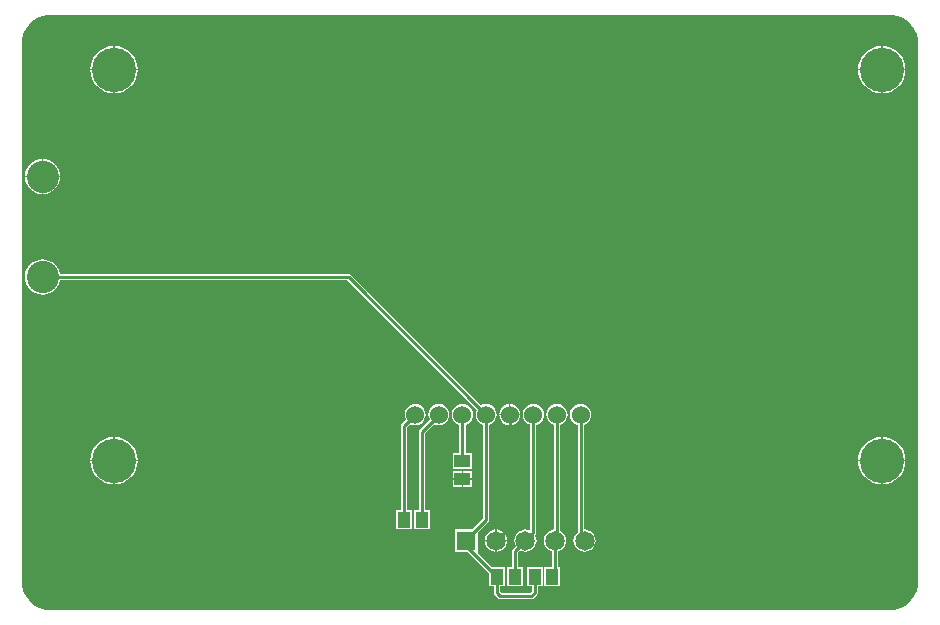
<source format=gtl>
G04*
G04 #@! TF.GenerationSoftware,Altium Limited,Altium Designer,20.1.11 (218)*
G04*
G04 Layer_Physical_Order=1*
G04 Layer_Color=255*
%FSLAX25Y25*%
%MOIN*%
G70*
G04*
G04 #@! TF.SameCoordinates,DDD296A5-092D-4BAE-9FCA-48E2803F740F*
G04*
G04*
G04 #@! TF.FilePolarity,Positive*
G04*
G01*
G75*
%ADD12C,0.01000*%
%ADD13R,0.05512X0.04331*%
%ADD14R,0.04331X0.05512*%
%ADD22C,0.14764*%
%ADD23C,0.10748*%
%ADD24C,0.06000*%
%ADD25R,0.06496X0.06496*%
%ADD26C,0.06496*%
G36*
X292683Y198844D02*
X294356Y198151D01*
X295863Y197144D01*
X297144Y195863D01*
X298150Y194357D01*
X298844Y192683D01*
X299197Y190906D01*
Y190000D01*
Y10000D01*
Y9094D01*
X298844Y7317D01*
X298150Y5644D01*
X297144Y4137D01*
X295863Y2856D01*
X294356Y1850D01*
X292683Y1156D01*
X290906Y803D01*
X9094D01*
X7317Y1156D01*
X5644Y1850D01*
X4137Y2856D01*
X2856Y4137D01*
X1850Y5644D01*
X1156Y7317D01*
X803Y9094D01*
Y10000D01*
Y190000D01*
Y190906D01*
X1156Y192683D01*
X1850Y194357D01*
X2856Y195863D01*
X4137Y197144D01*
X5644Y198151D01*
X7317Y198844D01*
X9094Y199197D01*
X290906D01*
X292683Y198844D01*
D02*
G37*
%LPC*%
G36*
X287518Y188856D02*
Y181211D01*
X295163D01*
X295036Y182506D01*
X294585Y183992D01*
X293853Y185361D01*
X292868Y186561D01*
X291668Y187546D01*
X290299Y188278D01*
X288813Y188728D01*
X287518Y188856D01*
D02*
G37*
G36*
X287018D02*
X285723Y188728D01*
X284237Y188278D01*
X282868Y187546D01*
X281667Y186561D01*
X280682Y185361D01*
X279951Y183992D01*
X279500Y182506D01*
X279372Y181211D01*
X287018D01*
Y188856D01*
D02*
G37*
G36*
X31612D02*
Y181211D01*
X39258D01*
X39130Y182506D01*
X38679Y183992D01*
X37947Y185361D01*
X36963Y186561D01*
X35762Y187546D01*
X34393Y188278D01*
X32907Y188728D01*
X31612Y188856D01*
D02*
G37*
G36*
X31112D02*
X29817Y188728D01*
X28331Y188278D01*
X26962Y187546D01*
X25762Y186561D01*
X24777Y185361D01*
X24045Y183992D01*
X23594Y182506D01*
X23467Y181211D01*
X31112D01*
Y188856D01*
D02*
G37*
G36*
X295163Y180711D02*
X287518D01*
Y173065D01*
X288813Y173193D01*
X290299Y173644D01*
X291668Y174375D01*
X292868Y175360D01*
X293853Y176560D01*
X294585Y177930D01*
X295036Y179416D01*
X295163Y180711D01*
D02*
G37*
G36*
X287018D02*
X279372D01*
X279500Y179416D01*
X279951Y177930D01*
X280682Y176560D01*
X281667Y175360D01*
X282868Y174375D01*
X284237Y173644D01*
X285723Y173193D01*
X287018Y173065D01*
Y180711D01*
D02*
G37*
G36*
X39258D02*
X31612D01*
Y173065D01*
X32907Y173193D01*
X34393Y173644D01*
X35762Y174375D01*
X36963Y175360D01*
X37947Y176560D01*
X38679Y177930D01*
X39130Y179416D01*
X39258Y180711D01*
D02*
G37*
G36*
X31112D02*
X23467D01*
X23594Y179416D01*
X24045Y177930D01*
X24777Y176560D01*
X25762Y175360D01*
X26962Y174375D01*
X28331Y173644D01*
X29817Y173193D01*
X31112Y173065D01*
Y180711D01*
D02*
G37*
G36*
X7793Y151208D02*
Y145581D01*
X13421D01*
X13332Y146482D01*
X12996Y147590D01*
X12451Y148610D01*
X11717Y149504D01*
X10823Y150238D01*
X9802Y150784D01*
X8695Y151120D01*
X7793Y151208D01*
D02*
G37*
G36*
X7293D02*
X6392Y151120D01*
X5285Y150784D01*
X4264Y150238D01*
X3370Y149504D01*
X2636Y148610D01*
X2090Y147590D01*
X1754Y146482D01*
X1665Y145581D01*
X7293D01*
Y151208D01*
D02*
G37*
G36*
X13421Y145081D02*
X7793D01*
Y139453D01*
X8695Y139542D01*
X9802Y139878D01*
X10823Y140423D01*
X11717Y141157D01*
X12451Y142051D01*
X12996Y143072D01*
X13332Y144179D01*
X13421Y145081D01*
D02*
G37*
G36*
X7293D02*
X1665D01*
X1754Y144179D01*
X2090Y143072D01*
X2636Y142051D01*
X3370Y141157D01*
X4264Y140423D01*
X5285Y139878D01*
X6392Y139542D01*
X7293Y139453D01*
Y145081D01*
D02*
G37*
G36*
X163502Y69497D02*
Y66250D01*
X166749D01*
X166662Y66914D01*
X166309Y67765D01*
X165748Y68496D01*
X165017Y69057D01*
X164166Y69410D01*
X163502Y69497D01*
D02*
G37*
G36*
X163002D02*
X162338Y69410D01*
X161487Y69057D01*
X160756Y68496D01*
X160195Y67765D01*
X159842Y66914D01*
X159755Y66250D01*
X163002D01*
Y69497D01*
D02*
G37*
G36*
X166749Y65750D02*
X163502D01*
Y62503D01*
X164166Y62590D01*
X165017Y62943D01*
X165748Y63504D01*
X166309Y64235D01*
X166662Y65086D01*
X166749Y65750D01*
D02*
G37*
G36*
X163002D02*
X159755D01*
X159842Y65086D01*
X160195Y64235D01*
X160756Y63504D01*
X161487Y62943D01*
X162338Y62590D01*
X163002Y62503D01*
Y65750D01*
D02*
G37*
G36*
X139630Y69530D02*
X138716Y69410D01*
X137865Y69057D01*
X137134Y68496D01*
X136573Y67765D01*
X136220Y66914D01*
X136100Y66000D01*
X136220Y65086D01*
X136529Y64341D01*
X133232Y61044D01*
X133011Y60713D01*
X132933Y60323D01*
Y34256D01*
X131287D01*
Y27744D01*
X136618D01*
Y34256D01*
X134972D01*
Y59900D01*
X137971Y62899D01*
X138716Y62590D01*
X139630Y62470D01*
X140544Y62590D01*
X141395Y62943D01*
X142126Y63504D01*
X142687Y64235D01*
X143040Y65086D01*
X143160Y66000D01*
X143040Y66914D01*
X142687Y67765D01*
X142126Y68496D01*
X141395Y69057D01*
X140544Y69410D01*
X139630Y69530D01*
D02*
G37*
G36*
X131756D02*
X130842Y69410D01*
X129991Y69057D01*
X129260Y68496D01*
X128699Y67765D01*
X128346Y66914D01*
X128226Y66000D01*
X128346Y65086D01*
X128655Y64341D01*
X127326Y63012D01*
X127105Y62682D01*
X127028Y62291D01*
Y34256D01*
X125382D01*
Y27744D01*
X130713D01*
Y34256D01*
X129067D01*
Y61869D01*
X130097Y62899D01*
X130842Y62590D01*
X131756Y62470D01*
X132670Y62590D01*
X133521Y62943D01*
X134252Y63504D01*
X134813Y64235D01*
X135166Y65086D01*
X135286Y66000D01*
X135166Y66914D01*
X134813Y67765D01*
X134252Y68496D01*
X133521Y69057D01*
X132670Y69410D01*
X131756Y69530D01*
D02*
G37*
G36*
X287518Y58541D02*
Y50896D01*
X295163D01*
X295036Y52191D01*
X294585Y53676D01*
X293853Y55046D01*
X292868Y56246D01*
X291668Y57231D01*
X290299Y57963D01*
X288813Y58413D01*
X287518Y58541D01*
D02*
G37*
G36*
X287018D02*
X285723Y58413D01*
X284237Y57963D01*
X282868Y57231D01*
X281667Y56246D01*
X280682Y55046D01*
X279951Y53676D01*
X279500Y52191D01*
X279372Y50896D01*
X287018D01*
Y58541D01*
D02*
G37*
G36*
X31612D02*
Y50896D01*
X39258D01*
X39130Y52191D01*
X38679Y53676D01*
X37947Y55046D01*
X36963Y56246D01*
X35762Y57231D01*
X34393Y57963D01*
X32907Y58413D01*
X31612Y58541D01*
D02*
G37*
G36*
X31112D02*
X29817Y58413D01*
X28331Y57963D01*
X26962Y57231D01*
X25762Y56246D01*
X24777Y55046D01*
X24045Y53676D01*
X23594Y52191D01*
X23467Y50896D01*
X31112D01*
Y58541D01*
D02*
G37*
G36*
X147504Y69530D02*
X146590Y69410D01*
X145739Y69057D01*
X145008Y68496D01*
X144447Y67765D01*
X144094Y66914D01*
X143974Y66000D01*
X144094Y65086D01*
X144447Y64235D01*
X145008Y63504D01*
X145739Y62943D01*
X146484Y62634D01*
Y53118D01*
X144244D01*
Y47787D01*
X150756D01*
Y53118D01*
X148523D01*
Y62634D01*
X149269Y62943D01*
X150000Y63504D01*
X150561Y64235D01*
X150914Y65086D01*
X151034Y66000D01*
X150914Y66914D01*
X150561Y67765D01*
X150000Y68496D01*
X149269Y69057D01*
X148418Y69410D01*
X147504Y69530D01*
D02*
G37*
G36*
X150756Y47213D02*
X147750D01*
Y44797D01*
X150756D01*
Y47213D01*
D02*
G37*
G36*
X147250D02*
X144244D01*
Y44797D01*
X147250D01*
Y47213D01*
D02*
G37*
G36*
X295163Y50396D02*
X287518D01*
Y42750D01*
X288813Y42878D01*
X290299Y43328D01*
X291668Y44060D01*
X292868Y45045D01*
X293853Y46246D01*
X294585Y47615D01*
X295036Y49101D01*
X295163Y50396D01*
D02*
G37*
G36*
X287018D02*
X279372D01*
X279500Y49101D01*
X279951Y47615D01*
X280682Y46246D01*
X281667Y45045D01*
X282868Y44060D01*
X284237Y43328D01*
X285723Y42878D01*
X287018Y42750D01*
Y50396D01*
D02*
G37*
G36*
X39258D02*
X31612D01*
Y42750D01*
X32907Y42878D01*
X34393Y43328D01*
X35762Y44060D01*
X36963Y45045D01*
X37947Y46246D01*
X38679Y47615D01*
X39130Y49101D01*
X39258Y50396D01*
D02*
G37*
G36*
X31112D02*
X23467D01*
X23594Y49101D01*
X24045Y47615D01*
X24777Y46246D01*
X25762Y45045D01*
X26962Y44060D01*
X28331Y43328D01*
X29817Y42878D01*
X31112Y42750D01*
Y50396D01*
D02*
G37*
G36*
X150756Y44297D02*
X147750D01*
Y41882D01*
X150756D01*
Y44297D01*
D02*
G37*
G36*
X147250D02*
X144244D01*
Y41882D01*
X147250D01*
Y44297D01*
D02*
G37*
G36*
X171126Y69530D02*
X170212Y69410D01*
X169361Y69057D01*
X168630Y68496D01*
X168069Y67765D01*
X167716Y66914D01*
X167596Y66000D01*
X167716Y65086D01*
X168069Y64235D01*
X168630Y63504D01*
X169361Y62943D01*
X169980Y62686D01*
Y27894D01*
X169565Y27616D01*
X169478Y27652D01*
X168500Y27780D01*
X167522Y27652D01*
X166610Y27274D01*
X165827Y26673D01*
X165226Y25890D01*
X164848Y24978D01*
X164720Y24000D01*
X164848Y23022D01*
X165209Y22151D01*
X164232Y21174D01*
X164011Y20843D01*
X163933Y20453D01*
Y15256D01*
X162287D01*
Y8744D01*
X167618D01*
Y15256D01*
X165972D01*
Y20030D01*
X166651Y20709D01*
X167522Y20348D01*
X168500Y20220D01*
X169478Y20348D01*
X170390Y20726D01*
X171173Y21327D01*
X171774Y22110D01*
X172152Y23022D01*
X172280Y24000D01*
X172152Y24978D01*
X171782Y25870D01*
X171942Y26110D01*
X172020Y26500D01*
Y62587D01*
X172040Y62590D01*
X172891Y62943D01*
X173622Y63504D01*
X174183Y64235D01*
X174536Y65086D01*
X174656Y66000D01*
X174536Y66914D01*
X174183Y67765D01*
X173622Y68496D01*
X172891Y69057D01*
X172040Y69410D01*
X171126Y69530D01*
D02*
G37*
G36*
X158907Y27747D02*
Y24250D01*
X162405D01*
X162309Y24978D01*
X161931Y25890D01*
X161331Y26673D01*
X160548Y27274D01*
X159636Y27652D01*
X158907Y27747D01*
D02*
G37*
G36*
X158407D02*
X157679Y27652D01*
X156767Y27274D01*
X155984Y26673D01*
X155384Y25890D01*
X155006Y24978D01*
X154910Y24250D01*
X158407D01*
Y27747D01*
D02*
G37*
G36*
X162405Y23750D02*
X158907D01*
Y20253D01*
X159636Y20348D01*
X160548Y20726D01*
X161331Y21327D01*
X161931Y22110D01*
X162309Y23022D01*
X162405Y23750D01*
D02*
G37*
G36*
X158407D02*
X154910D01*
X155006Y23022D01*
X155384Y22110D01*
X155984Y21327D01*
X156767Y20726D01*
X157679Y20348D01*
X158407Y20253D01*
Y23750D01*
D02*
G37*
G36*
X186874Y69530D02*
X185960Y69410D01*
X185109Y69057D01*
X184378Y68496D01*
X183817Y67765D01*
X183464Y66914D01*
X183344Y66000D01*
X183464Y65086D01*
X183817Y64235D01*
X184378Y63504D01*
X185109Y62943D01*
X185854Y62634D01*
Y26936D01*
X185512Y26673D01*
X184911Y25890D01*
X184534Y24978D01*
X184405Y24000D01*
X184534Y23022D01*
X184911Y22110D01*
X185512Y21327D01*
X186295Y20726D01*
X187207Y20348D01*
X188185Y20220D01*
X189163Y20348D01*
X190075Y20726D01*
X190858Y21327D01*
X191459Y22110D01*
X191837Y23022D01*
X191965Y24000D01*
X191837Y24978D01*
X191459Y25890D01*
X190858Y26673D01*
X190075Y27274D01*
X189163Y27652D01*
X188185Y27780D01*
X187894Y28036D01*
Y62634D01*
X188639Y62943D01*
X189370Y63504D01*
X189931Y64235D01*
X190284Y65086D01*
X190404Y66000D01*
X190284Y66914D01*
X189931Y67765D01*
X189370Y68496D01*
X188639Y69057D01*
X187788Y69410D01*
X186874Y69530D01*
D02*
G37*
G36*
X179000D02*
X178086Y69410D01*
X177235Y69057D01*
X176504Y68496D01*
X175943Y67765D01*
X175590Y66914D01*
X175470Y66000D01*
X175590Y65086D01*
X175943Y64235D01*
X176504Y63504D01*
X177235Y62943D01*
X177980Y62634D01*
Y27733D01*
X177364Y27652D01*
X176452Y27274D01*
X175669Y26673D01*
X175069Y25890D01*
X174691Y24978D01*
X174562Y24000D01*
X174691Y23022D01*
X175069Y22110D01*
X175669Y21327D01*
X176452Y20726D01*
X177323Y20366D01*
Y15256D01*
X174787D01*
Y8744D01*
X180118D01*
Y15256D01*
X179362D01*
Y20366D01*
X180233Y20726D01*
X181016Y21327D01*
X181616Y22110D01*
X181994Y23022D01*
X182123Y24000D01*
X181994Y24978D01*
X181616Y25890D01*
X181016Y26673D01*
X180233Y27274D01*
X180020Y27362D01*
Y62634D01*
X180765Y62943D01*
X181496Y63504D01*
X182057Y64235D01*
X182410Y65086D01*
X182530Y66000D01*
X182410Y66914D01*
X182057Y67765D01*
X181496Y68496D01*
X180765Y69057D01*
X179914Y69410D01*
X179000Y69530D01*
D02*
G37*
G36*
X7543Y117769D02*
X6392Y117655D01*
X5285Y117319D01*
X4264Y116774D01*
X3370Y116040D01*
X2636Y115145D01*
X2090Y114125D01*
X1754Y113018D01*
X1641Y111866D01*
X1754Y110715D01*
X2090Y109607D01*
X2636Y108587D01*
X3370Y107693D01*
X4264Y106958D01*
X5285Y106413D01*
X6392Y106077D01*
X7543Y105964D01*
X8695Y106077D01*
X9802Y106413D01*
X10823Y106958D01*
X11717Y107693D01*
X12451Y108587D01*
X12996Y109607D01*
X13332Y110715D01*
X13345Y110847D01*
X109090D01*
X152277Y67659D01*
X151968Y66914D01*
X151848Y66000D01*
X151968Y65086D01*
X152321Y64235D01*
X152882Y63504D01*
X153613Y62943D01*
X154358Y62634D01*
Y31300D01*
X150806Y27748D01*
X145067D01*
Y20252D01*
X149353D01*
X156382Y13223D01*
Y8744D01*
X158028D01*
Y6547D01*
X158105Y6157D01*
X158326Y5826D01*
X159373Y4779D01*
X159704Y4558D01*
X160094Y4480D01*
X170500D01*
X170890Y4558D01*
X171221Y4779D01*
X172268Y5826D01*
X172489Y6157D01*
X172567Y6547D01*
Y8744D01*
X174213D01*
Y15256D01*
X168882D01*
Y8744D01*
X170528D01*
Y6970D01*
X170078Y6520D01*
X160517D01*
X160067Y6970D01*
Y8744D01*
X161713D01*
Y15256D01*
X157233D01*
X152702Y19787D01*
X152563Y20252D01*
X152563D01*
X152563Y20252D01*
Y26621D01*
X156099Y30157D01*
X156320Y30488D01*
X156397Y30878D01*
Y62634D01*
X157143Y62943D01*
X157874Y63504D01*
X158435Y64235D01*
X158788Y65086D01*
X158908Y66000D01*
X158788Y66914D01*
X158435Y67765D01*
X157874Y68496D01*
X157143Y69057D01*
X156292Y69410D01*
X155378Y69530D01*
X154464Y69410D01*
X153719Y69101D01*
X110233Y112587D01*
X109902Y112808D01*
X109512Y112886D01*
X13345D01*
X13332Y113018D01*
X12996Y114125D01*
X12451Y115145D01*
X11717Y116040D01*
X10823Y116774D01*
X9802Y117319D01*
X8695Y117655D01*
X7543Y117769D01*
D02*
G37*
%LPD*%
D12*
X147500Y50453D02*
X147504Y50457D01*
Y66000D01*
X7543Y111866D02*
X109512D01*
X155378Y66000D01*
X133953Y31000D02*
Y60323D01*
X139630Y66000D01*
X128047Y31000D02*
Y62291D01*
X131756Y66000D01*
X179000Y24657D02*
Y66000D01*
X178342Y12890D02*
Y24000D01*
X177453Y12000D02*
X178342Y12890D01*
X164953Y20453D02*
X168500Y24000D01*
X164953Y12000D02*
Y20453D01*
X171547Y6547D02*
Y12000D01*
X170500Y5500D02*
X171547Y6547D01*
X160094Y5500D02*
X170500D01*
X159047Y6547D02*
X160094Y5500D01*
X159047Y6547D02*
Y12000D01*
X148815Y22232D02*
X159047Y12000D01*
X148815Y22232D02*
Y24000D01*
X163252Y28594D02*
Y66000D01*
X158658Y24000D02*
X163252Y28594D01*
X148815Y24315D02*
X155378Y30878D01*
X148815Y24000D02*
Y24315D01*
X155378Y30878D02*
Y66000D01*
X186874Y25311D02*
X188185Y24000D01*
X186874Y25311D02*
Y66000D01*
X168500Y24000D02*
X171000Y26500D01*
Y65874D02*
X171126Y66000D01*
X171000Y26500D02*
Y65874D01*
X178342Y24000D02*
X179000Y24657D01*
D13*
X147500Y50453D02*
D03*
Y44547D02*
D03*
D14*
X128047Y31000D02*
D03*
X133953D02*
D03*
X159047Y12000D02*
D03*
X164953D02*
D03*
X171547D02*
D03*
X177453D02*
D03*
D22*
X287268Y180961D02*
D03*
X31362D02*
D03*
X287268Y50646D02*
D03*
X31362D02*
D03*
D23*
X7543Y145331D02*
D03*
Y111866D02*
D03*
D24*
X131756Y66000D02*
D03*
X139630D02*
D03*
X147504D02*
D03*
X155378D02*
D03*
X163252D02*
D03*
X171126D02*
D03*
X179000D02*
D03*
X186874D02*
D03*
D25*
X148815Y24000D02*
D03*
D26*
X158658D02*
D03*
X168500D02*
D03*
X178342D02*
D03*
X188185D02*
D03*
M02*

</source>
